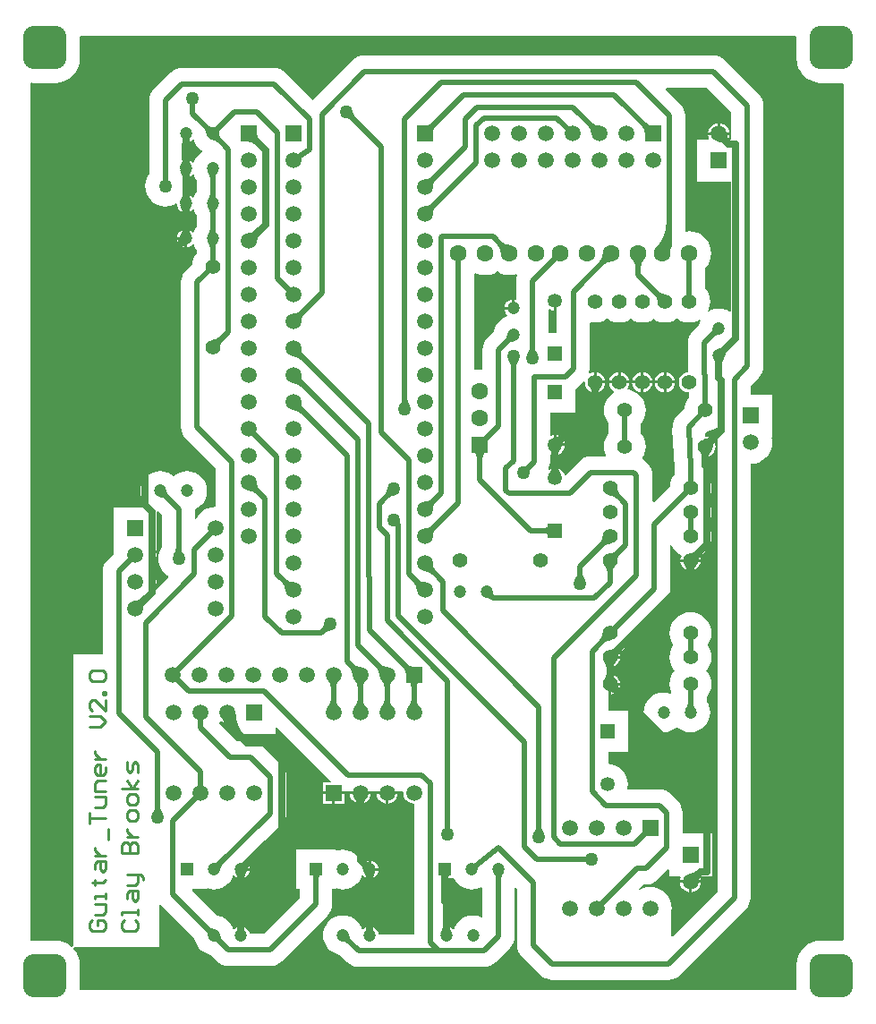
<source format=gtl>
%FSLAX25Y25*%
%MOIN*%
G70*
G01*
G75*
G04 Layer_Physical_Order=1*
G04 Layer_Color=255*
%ADD10C,0.02000*%
%ADD11C,0.02500*%
%ADD12C,0.01000*%
%ADD13C,0.05906*%
%ADD14R,0.05906X0.05906*%
%ADD15R,0.04724X0.04724*%
%ADD16C,0.04724*%
%ADD17C,0.05512*%
%ADD18C,0.05315*%
%ADD19R,0.05315X0.05315*%
%ADD20R,0.05906X0.05906*%
%ADD21C,0.06299*%
%ADD22R,0.06299X0.06299*%
%ADD23C,0.06299*%
%ADD24R,0.05906X0.05906*%
%ADD25C,0.05906*%
%ADD26R,0.05906X0.05906*%
G04:AMPARAMS|DCode=27|XSize=160mil|YSize=160mil|CornerRadius=40mil|HoleSize=0mil|Usage=FLASHONLY|Rotation=0.000|XOffset=0mil|YOffset=0mil|HoleType=Round|Shape=RoundedRectangle|*
%AMROUNDEDRECTD27*
21,1,0.16000,0.08000,0,0,0.0*
21,1,0.08000,0.16000,0,0,0.0*
1,1,0.08000,0.04000,-0.04000*
1,1,0.08000,-0.04000,-0.04000*
1,1,0.08000,-0.04000,0.04000*
1,1,0.08000,0.04000,0.04000*
%
%ADD27ROUNDEDRECTD27*%
%ADD28C,0.05000*%
G36*
X194771Y182203D02*
Y170776D01*
X194534Y170487D01*
X193837Y169184D01*
X193409Y167770D01*
X193264Y166300D01*
X193409Y164830D01*
X193837Y163416D01*
X194534Y162113D01*
X195471Y160971D01*
X196613Y160034D01*
X196987Y159834D01*
X197060Y159339D01*
X192489Y154768D01*
X192060Y155025D01*
X192338Y155941D01*
X192491Y157500D01*
X192338Y159059D01*
X191883Y160558D01*
X191145Y161940D01*
X190685Y162500D01*
X191145Y163060D01*
X191883Y164442D01*
X192338Y165941D01*
X192491Y167500D01*
X192338Y169059D01*
X192266Y169295D01*
X192453Y169547D01*
X192453D01*
Y181225D01*
X192691Y183644D01*
X193162Y183812D01*
X194771Y182203D01*
D02*
G37*
G36*
X320866Y272434D02*
X322402Y271968D01*
X324000Y271811D01*
X325598Y271968D01*
X326721Y272309D01*
X327038Y271923D01*
X327030Y271907D01*
X326687Y270776D01*
X326571Y269600D01*
X326571Y269600D01*
X326571D01*
X326571Y269600D01*
X326571D01*
Y263129D01*
X326195Y262800D01*
X326000Y262825D01*
Y259500D01*
X325500D01*
Y259000D01*
X322175D01*
X322224Y258622D01*
X322563Y257804D01*
X323102Y257102D01*
X323262Y256979D01*
X323172Y256487D01*
X322669Y256335D01*
X321390Y255651D01*
X320269Y254731D01*
X319349Y253610D01*
X318665Y252331D01*
X318244Y250943D01*
X318226Y250752D01*
X315773Y248300D01*
X315023Y247386D01*
X314466Y246344D01*
X314123Y245213D01*
X314007Y244036D01*
Y236962D01*
X313637Y236626D01*
X313000Y236689D01*
X311402Y236532D01*
X311029Y236809D01*
Y272395D01*
X311458Y272653D01*
X311866Y272434D01*
X313402Y271968D01*
X315000Y271811D01*
X316598Y271968D01*
X318134Y272434D01*
X319500Y273165D01*
X320866Y272434D01*
D02*
G37*
G36*
X341500Y258613D02*
X341771Y258376D01*
Y250315D01*
X338629D01*
Y258986D01*
X339077Y259208D01*
X339156Y259148D01*
X340045Y258779D01*
X340500Y258719D01*
Y262343D01*
X341500D01*
Y258613D01*
D02*
G37*
G36*
X430965Y360582D02*
X430957Y360500D01*
Y352500D01*
X431130Y350736D01*
X431645Y349039D01*
X432481Y347476D01*
X433605Y346105D01*
X434976Y344981D01*
X436539Y344145D01*
X438236Y343630D01*
X440000Y343456D01*
X448000D01*
X448082Y343464D01*
X448453Y343129D01*
Y24371D01*
X448082Y24035D01*
X448000Y24044D01*
X440000D01*
X438236Y23870D01*
X436539Y23355D01*
X434976Y22519D01*
X433605Y21395D01*
X432481Y20024D01*
X431645Y18461D01*
X431130Y16764D01*
X430957Y15000D01*
Y7000D01*
X431063Y5918D01*
X430727Y5548D01*
X164273D01*
X163937Y5918D01*
X164044Y7000D01*
Y15000D01*
X163870Y16764D01*
X163355Y18461D01*
X162519Y20024D01*
X161679Y21048D01*
X161893Y21500D01*
X193499D01*
Y37415D01*
X193970Y37584D01*
X194337Y37137D01*
X206726Y24748D01*
X206744Y24557D01*
X207165Y23169D01*
X207849Y21890D01*
X208769Y20769D01*
X209890Y19849D01*
X211169Y19165D01*
X212557Y18744D01*
X212748Y18725D01*
X215137Y16337D01*
Y16337D01*
X215137Y16337D01*
X215137Y16337D01*
Y16337D01*
X216051Y15587D01*
X217093Y15030D01*
X217093Y15030D01*
X217093Y15030D01*
D01*
X217093Y15030D01*
X217093Y15030D01*
X218224Y14687D01*
X219400Y14571D01*
X235000D01*
X236176Y14687D01*
X237307Y15030D01*
X237307Y15030D01*
X237307Y15030D01*
X238350Y15587D01*
X239263Y16337D01*
X239263Y16337D01*
X239263Y16337D01*
X256263Y33337D01*
X257013Y34251D01*
X257570Y35293D01*
X257913Y36424D01*
X258029Y37600D01*
Y43138D01*
X259362D01*
Y43187D01*
X259764Y43485D01*
X260557Y43244D01*
X262000Y43102D01*
X263443Y43244D01*
X264831Y43665D01*
X266110Y44349D01*
X267231Y45269D01*
X268151Y46390D01*
X268835Y47669D01*
X268987Y48173D01*
X269479Y48262D01*
X269602Y48102D01*
X270304Y47563D01*
X271122Y47224D01*
X271500Y47175D01*
Y50500D01*
Y53825D01*
X271122Y53776D01*
X270304Y53437D01*
X269602Y52898D01*
X269479Y52738D01*
X268987Y52828D01*
X268835Y53331D01*
X268151Y54610D01*
X267231Y55731D01*
X266110Y56651D01*
X264831Y57335D01*
X263443Y57756D01*
X262000Y57898D01*
X260557Y57756D01*
X259764Y57515D01*
X259362Y57813D01*
Y57862D01*
X244638D01*
Y43138D01*
X245971D01*
Y40097D01*
X232503Y26629D01*
X227308D01*
X227276Y26878D01*
X226937Y27696D01*
X226398Y28398D01*
X225696Y28937D01*
X224878Y29276D01*
X224000Y29391D01*
X223122Y29276D01*
X222304Y28937D01*
X221602Y28398D01*
X221479Y28238D01*
X220987Y28328D01*
X220835Y28831D01*
X220151Y30110D01*
X219231Y31231D01*
X218110Y32151D01*
X216831Y32835D01*
X215443Y33256D01*
X215252Y33274D01*
X205851Y42676D01*
X206042Y43138D01*
X211362D01*
Y43187D01*
X211764Y43485D01*
X212557Y43244D01*
X214000Y43102D01*
X215443Y43244D01*
X216831Y43665D01*
X218110Y44349D01*
X219231Y45269D01*
X220151Y46390D01*
X220835Y47669D01*
X220987Y48173D01*
X221479Y48262D01*
X221602Y48102D01*
X222304Y47563D01*
X223122Y47224D01*
X223500Y47175D01*
Y50500D01*
X224000D01*
Y51000D01*
X227325D01*
X227276Y51378D01*
X226937Y52196D01*
X226398Y52898D01*
X225865Y53307D01*
X225832Y53806D01*
X239216Y67190D01*
X239966Y68103D01*
X240523Y69146D01*
X240866Y70277D01*
X240982Y71453D01*
Y84953D01*
X240866Y86129D01*
X240523Y87260D01*
X239966Y88302D01*
X239216Y89216D01*
X231769Y96663D01*
X230855Y97413D01*
X229813Y97970D01*
X228682Y98313D01*
X227506Y98429D01*
X222497D01*
X215896Y105031D01*
X216233Y105661D01*
X216721Y105766D01*
X217007Y105547D01*
X217968Y105149D01*
X218500Y105079D01*
Y109000D01*
X219500D01*
Y105079D01*
X220032Y105149D01*
X220632Y105397D01*
X221047Y105120D01*
Y101047D01*
X236953D01*
Y103368D01*
X237415Y103559D01*
X257559Y83415D01*
X257368Y82953D01*
X254547D01*
Y79500D01*
X262528D01*
X262823Y79767D01*
X263800Y79671D01*
X264222D01*
X264372Y79500D01*
X272628D01*
X272778Y79671D01*
X274222D01*
X274372Y79500D01*
X282628D01*
X282778Y79671D01*
X284222D01*
X284552Y79295D01*
X284513Y79000D01*
X284649Y77968D01*
X285047Y77007D01*
X285681Y76181D01*
X286507Y75547D01*
X287468Y75149D01*
X288471Y75017D01*
Y26229D01*
X275361D01*
X275276Y26878D01*
X274937Y27696D01*
X274398Y28398D01*
X273696Y28937D01*
X272878Y29276D01*
X272000Y29391D01*
X271122Y29276D01*
X270304Y28937D01*
X269602Y28398D01*
X269479Y28238D01*
X268987Y28328D01*
X268835Y28831D01*
X268151Y30110D01*
X267231Y31231D01*
X266110Y32151D01*
X264831Y32835D01*
X263443Y33256D01*
X262000Y33398D01*
X260557Y33256D01*
X259169Y32835D01*
X257890Y32151D01*
X256769Y31231D01*
X255849Y30110D01*
X255165Y28831D01*
X254744Y27443D01*
X254602Y26000D01*
X254744Y24557D01*
X255165Y23169D01*
X255849Y21890D01*
X256769Y20769D01*
X257890Y19849D01*
X259169Y19165D01*
X260557Y18744D01*
X260748Y18725D01*
X263537Y15937D01*
X264451Y15187D01*
X265493Y14630D01*
X266624Y14287D01*
X267800Y14171D01*
X314600D01*
X315776Y14287D01*
X316907Y14630D01*
X317950Y15187D01*
X318863Y15937D01*
X324263Y21337D01*
X325013Y22251D01*
X325570Y23293D01*
X325913Y24424D01*
X326029Y25600D01*
Y43591D01*
X326491Y43783D01*
X326971Y43303D01*
Y22400D01*
X327087Y21224D01*
X327430Y20093D01*
X327987Y19050D01*
X328737Y18137D01*
X335737Y11137D01*
X335737Y11137D01*
X336650Y10387D01*
X337330Y10024D01*
X337693Y9830D01*
X338824Y9487D01*
X340000Y9371D01*
X383300D01*
X384476Y9487D01*
X385607Y9830D01*
X386649Y10387D01*
X387563Y11137D01*
X412063Y35637D01*
X412813Y36551D01*
X413370Y37593D01*
X413713Y38724D01*
X413829Y39900D01*
Y201354D01*
X414000Y201509D01*
X415559Y201662D01*
X417058Y202117D01*
X418440Y202855D01*
X419651Y203849D01*
X420645Y205060D01*
X421383Y206442D01*
X421838Y207941D01*
X421991Y209500D01*
X421838Y211059D01*
X421766Y211295D01*
X421953Y211547D01*
X421953D01*
Y227453D01*
X413829D01*
Y230603D01*
X416863Y233637D01*
X416863Y233637D01*
X417613Y234550D01*
X418170Y235593D01*
X418170Y235593D01*
X418170Y235593D01*
X418513Y236724D01*
X418629Y237900D01*
X418629Y237900D01*
Y335000D01*
X418513Y336176D01*
X418170Y337307D01*
X417613Y338350D01*
X416863Y339263D01*
X404263Y351863D01*
X403349Y352613D01*
X402307Y353170D01*
X401176Y353513D01*
X400000Y353629D01*
X270000D01*
X268824Y353513D01*
X267693Y353170D01*
X266651Y352613D01*
X265737Y351863D01*
X265737Y351863D01*
X250950Y337076D01*
X240663Y347363D01*
X239750Y348113D01*
X238707Y348670D01*
X237576Y349013D01*
X236400Y349129D01*
X202100D01*
X200924Y349013D01*
X199793Y348670D01*
X198750Y348113D01*
X197837Y347363D01*
X191637Y341163D01*
X190887Y340249D01*
X190330Y339207D01*
X189987Y338076D01*
X189871Y336900D01*
Y309476D01*
X189634Y309187D01*
X188937Y307884D01*
X188508Y306470D01*
X188364Y305000D01*
X188508Y303530D01*
X188937Y302116D01*
X189634Y300813D01*
X190571Y299671D01*
X191713Y298734D01*
X193016Y298037D01*
X194430Y297608D01*
X195900Y297464D01*
X197370Y297608D01*
X198784Y298037D01*
X199691Y298522D01*
X200136Y298294D01*
X200224Y297622D01*
X200563Y296804D01*
X201102Y296102D01*
X201804Y295563D01*
X202622Y295224D01*
X203000Y295175D01*
Y298500D01*
Y302117D01*
X202899Y302236D01*
X203292Y303530D01*
X203436Y305000D01*
X203292Y306470D01*
X202899Y307764D01*
X203000Y307883D01*
Y311500D01*
Y314825D01*
X202622Y314776D01*
X202345Y314661D01*
X201929Y314938D01*
Y321061D01*
X202345Y321339D01*
X202622Y321224D01*
X203000Y321175D01*
Y324500D01*
X204000D01*
Y321175D01*
X204378Y321224D01*
X205196Y321563D01*
X205898Y322102D01*
X206021Y322262D01*
X206513Y322172D01*
X206665Y321669D01*
X207349Y320390D01*
X208269Y319269D01*
X209390Y318349D01*
X209575Y318250D01*
Y317750D01*
X209390Y317651D01*
X208269Y316731D01*
X207349Y315610D01*
X206665Y314331D01*
X206513Y313827D01*
X206021Y313738D01*
X205898Y313898D01*
X205196Y314437D01*
X204378Y314776D01*
X204000Y314825D01*
Y311500D01*
Y308175D01*
X204378Y308224D01*
X205196Y308563D01*
X205898Y309102D01*
X206021Y309262D01*
X206513Y309173D01*
X206665Y308669D01*
X207349Y307390D01*
X207471Y307241D01*
Y302759D01*
X207349Y302610D01*
X206665Y301331D01*
X206513Y300828D01*
X206021Y300738D01*
X205898Y300898D01*
X205196Y301437D01*
X204378Y301776D01*
X204000Y301825D01*
Y298500D01*
Y295175D01*
X204378Y295224D01*
X205196Y295563D01*
X205898Y296102D01*
X206021Y296262D01*
X206513Y296172D01*
X206665Y295669D01*
X207349Y294390D01*
X207471Y294241D01*
Y289759D01*
X207349Y289610D01*
X206665Y288331D01*
X206513Y287827D01*
X206021Y287738D01*
X205898Y287898D01*
X205196Y288437D01*
X204378Y288776D01*
X204000Y288825D01*
Y285500D01*
Y282175D01*
X204378Y282224D01*
X205196Y282563D01*
X205898Y283102D01*
X206021Y283262D01*
X206513Y283172D01*
X206665Y282669D01*
X207349Y281390D01*
X207471Y281241D01*
Y279879D01*
X207020Y279330D01*
X206300Y277982D01*
X205856Y276520D01*
X205787Y275813D01*
X203437Y273463D01*
X202687Y272550D01*
X202130Y271507D01*
X201787Y270376D01*
X201671Y269200D01*
Y215200D01*
X201787Y214024D01*
X202130Y212893D01*
X202687Y211851D01*
X203437Y210937D01*
X214471Y199903D01*
Y185488D01*
X212941Y185338D01*
X211442Y184883D01*
X210060Y184144D01*
X208849Y183151D01*
X207856Y181940D01*
X207314Y180927D01*
X206829Y181048D01*
Y184665D01*
X206831Y184665D01*
X208110Y185349D01*
X209231Y186269D01*
X210151Y187390D01*
X210835Y188669D01*
X211256Y190057D01*
X211398Y191500D01*
X211256Y192943D01*
X210835Y194331D01*
X210151Y195610D01*
X209231Y196731D01*
X208110Y197651D01*
X206831Y198335D01*
X205443Y198756D01*
X204000Y198898D01*
X202557Y198756D01*
X201169Y198335D01*
X199890Y197651D01*
X199000Y196921D01*
X198110Y197651D01*
X196831Y198335D01*
X195443Y198756D01*
X194000Y198898D01*
X192557Y198756D01*
X191169Y198335D01*
X189890Y197651D01*
X188769Y196731D01*
X187849Y195610D01*
X187165Y194331D01*
X186744Y192943D01*
X186602Y191500D01*
X186744Y190057D01*
X187165Y188669D01*
X187849Y187390D01*
X188769Y186269D01*
X189190Y185924D01*
X189021Y185453D01*
X176547D01*
Y169547D01*
X176547D01*
X176734Y169295D01*
X176662Y169059D01*
X176567Y168094D01*
X174237Y165763D01*
X173487Y164849D01*
X172930Y163807D01*
X172587Y162676D01*
X172471Y161500D01*
Y130469D01*
X161502D01*
Y21892D01*
X161050Y21678D01*
X160024Y22519D01*
X158461Y23355D01*
X156764Y23870D01*
X155000Y24044D01*
X147000D01*
X145918Y23937D01*
X145547Y24273D01*
Y182500D01*
Y343227D01*
X145918Y343563D01*
X147000Y343456D01*
X155000D01*
X156764Y343630D01*
X158461Y344145D01*
X160024Y344981D01*
X161395Y346105D01*
X162519Y347476D01*
X163355Y349039D01*
X163870Y350736D01*
X164044Y352500D01*
Y360500D01*
X164035Y360582D01*
X164371Y360952D01*
X430629D01*
X430965Y360582D01*
D02*
G37*
G36*
X360670Y255520D02*
X362018Y254800D01*
X363480Y254356D01*
X365000Y254207D01*
X366520Y254356D01*
X367982Y254800D01*
X369250Y255477D01*
X370518Y254800D01*
X371980Y254356D01*
X373500Y254207D01*
X375020Y254356D01*
X376482Y254800D01*
X377750Y255477D01*
X379018Y254800D01*
X380480Y254356D01*
X382000Y254207D01*
X383520Y254356D01*
X384982Y254800D01*
X386330Y255520D01*
X386500Y255660D01*
X386670Y255520D01*
X388018Y254800D01*
X389480Y254356D01*
X391000Y254207D01*
X392520Y254356D01*
X393982Y254800D01*
X394855Y255266D01*
X395209Y254913D01*
X395165Y254831D01*
X394744Y253443D01*
X394725Y253252D01*
X392337Y250863D01*
X391587Y249950D01*
X391030Y248907D01*
X390687Y247776D01*
X390571Y246600D01*
Y235732D01*
X390019Y235659D01*
X389106Y235281D01*
X388321Y234679D01*
X387719Y233894D01*
X387341Y232980D01*
X387212Y232000D01*
X387341Y231019D01*
X387719Y230106D01*
X388321Y229321D01*
X389106Y228719D01*
X390019Y228341D01*
X390971Y228216D01*
Y226379D01*
X390520Y225830D01*
X389800Y224482D01*
X389356Y223020D01*
X389287Y222313D01*
X386537Y219563D01*
X386450Y219457D01*
X386348Y219365D01*
X386075Y219001D01*
X385787Y218650D01*
X385722Y218529D01*
X385640Y218419D01*
X385444Y218008D01*
X385230Y217607D01*
X385190Y217476D01*
X385131Y217352D01*
X385019Y216911D01*
X384887Y216476D01*
X384873Y216339D01*
X384840Y216207D01*
X384816Y215753D01*
X384771Y215300D01*
X384784Y215163D01*
X384777Y215026D01*
X385471Y199763D01*
Y197379D01*
X385020Y196830D01*
X384300Y195482D01*
X383856Y194020D01*
X383787Y193313D01*
X377791Y187317D01*
X377329Y187509D01*
Y197400D01*
X377329Y197400D01*
X377329Y197400D01*
Y197400D01*
X377329D01*
X377329Y197400D01*
X377213Y198576D01*
X376870Y199707D01*
X376313Y200749D01*
X375563Y201663D01*
X374663Y202563D01*
X373749Y203313D01*
X373703Y203338D01*
X373558Y203816D01*
X374200Y205018D01*
X374644Y206480D01*
X374793Y208000D01*
X374644Y209520D01*
X374200Y210982D01*
X373480Y212330D01*
X373029Y212879D01*
Y216621D01*
X373480Y217170D01*
X374200Y218518D01*
X374644Y219980D01*
X374793Y221500D01*
X374644Y223020D01*
X374200Y224482D01*
X373480Y225830D01*
X372511Y227011D01*
X371330Y227980D01*
X369982Y228700D01*
X368520Y229144D01*
X368123Y229183D01*
X367924Y229642D01*
X368281Y230106D01*
X368659Y231019D01*
X368723Y231500D01*
X361278D01*
X361341Y231019D01*
X361719Y230106D01*
X362321Y229321D01*
X363106Y228719D01*
X363130Y228226D01*
X362670Y227980D01*
X361489Y227011D01*
X360520Y225830D01*
X359800Y224482D01*
X359356Y223020D01*
X359207Y221500D01*
X359356Y219980D01*
X359800Y218518D01*
X360520Y217170D01*
X360971Y216621D01*
Y212879D01*
X360520Y212330D01*
X359800Y210982D01*
X359356Y209520D01*
X359207Y208000D01*
X359356Y206480D01*
X359800Y205018D01*
X359939Y204758D01*
X359682Y204329D01*
X354400D01*
X353224Y204213D01*
X352093Y203870D01*
X351050Y203313D01*
X350137Y202563D01*
X350137Y202563D01*
X344972Y197398D01*
X344481Y197496D01*
X344195Y198187D01*
X343609Y198951D01*
X342845Y199537D01*
X341955Y199906D01*
X341000Y200032D01*
X340045Y199906D01*
X339156Y199537D01*
X339029Y199440D01*
X338648Y199764D01*
X338770Y199993D01*
X339113Y201124D01*
X339229Y202300D01*
Y204982D01*
X339645Y205260D01*
X340045Y205094D01*
X340500Y205034D01*
Y208657D01*
Y212281D01*
X340045Y212221D01*
X339645Y212055D01*
X339229Y212333D01*
Y220685D01*
X348657D01*
Y229340D01*
X349263Y229837D01*
X351781Y232354D01*
X352229Y232133D01*
X352212Y232000D01*
X352341Y231019D01*
X352719Y230106D01*
X353321Y229321D01*
X354106Y228719D01*
X355019Y228341D01*
X355500Y228277D01*
Y232000D01*
Y235722D01*
X355019Y235659D01*
X354106Y235281D01*
X354067Y235251D01*
X353656Y235536D01*
X353713Y235724D01*
X353829Y236900D01*
Y254134D01*
X354231Y254432D01*
X354480Y254356D01*
X356000Y254207D01*
X357520Y254356D01*
X358982Y254800D01*
X360330Y255520D01*
X360500Y255660D01*
X360670Y255520D01*
D02*
G37*
G36*
X406571Y332503D02*
Y322453D01*
X405880D01*
X405603Y322868D01*
X405851Y323468D01*
X405921Y324000D01*
X398079D01*
X398149Y323468D01*
X398397Y322868D01*
X398120Y322453D01*
X394047D01*
Y306547D01*
X406571D01*
Y258358D01*
X406119Y258144D01*
X406110Y258151D01*
X404831Y258835D01*
X403443Y259256D01*
X402000Y259398D01*
X400557Y259256D01*
X399169Y258835D01*
X398435Y258443D01*
X398082Y258796D01*
X398200Y259018D01*
X398644Y260480D01*
X398793Y262000D01*
X398644Y263520D01*
X398200Y264982D01*
X397480Y266330D01*
X397029Y266879D01*
Y274500D01*
X397809Y275450D01*
X398566Y276866D01*
X399032Y278402D01*
X399189Y280000D01*
X399032Y281598D01*
X398566Y283134D01*
X397809Y284550D01*
X396791Y285790D01*
X395550Y286809D01*
X394134Y287566D01*
X392598Y288032D01*
X391000Y288189D01*
X389899Y288081D01*
X389529Y288416D01*
Y291022D01*
X389542Y291225D01*
X389529D01*
Y331380D01*
X389529Y331380D01*
X389529Y331380D01*
Y331380D01*
X389529D01*
X389529Y331380D01*
X389413Y332557D01*
X389070Y333688D01*
X388513Y334730D01*
X387763Y335644D01*
X382298Y341109D01*
X382489Y341571D01*
X397503D01*
X406571Y332503D01*
D02*
G37*
G36*
X401771Y214811D02*
Y42397D01*
X384900Y25526D01*
X384438Y25718D01*
Y35460D01*
X384491Y36000D01*
X384338Y37559D01*
X383883Y39058D01*
X383144Y40440D01*
X382151Y41651D01*
X380940Y42645D01*
X379558Y43383D01*
X378059Y43838D01*
X376500Y43991D01*
X374941Y43838D01*
X373442Y43383D01*
X372726Y43000D01*
X372428Y43402D01*
X373997Y44971D01*
X375000D01*
X376176Y45087D01*
X377307Y45430D01*
X378349Y45987D01*
X379263Y46737D01*
X383085Y50559D01*
X383547Y50368D01*
Y48047D01*
X387620D01*
X387897Y47631D01*
X387649Y47032D01*
X387579Y46500D01*
X395421D01*
X395351Y47032D01*
X395103Y47631D01*
X395380Y48047D01*
X399453D01*
Y63953D01*
X388529D01*
Y71800D01*
X388413Y72976D01*
X388070Y74107D01*
X387513Y75150D01*
X386763Y76063D01*
X384263Y78563D01*
X383349Y79313D01*
X382307Y79870D01*
X381176Y80213D01*
X380000Y80329D01*
X368387D01*
X368051Y80699D01*
X368195Y82157D01*
X368047Y83658D01*
X367609Y85102D01*
X366898Y86432D01*
X365941Y87598D01*
X364775Y88555D01*
X363445Y89266D01*
X362001Y89704D01*
X360829Y89820D01*
Y94185D01*
X368158D01*
Y109500D01*
X360829D01*
Y115421D01*
X361000Y115571D01*
Y119500D01*
Y123429D01*
X360829Y123579D01*
Y125421D01*
X361000Y125571D01*
Y129473D01*
X361027Y129500D01*
X361500D01*
Y129973D01*
X361527Y130000D01*
X365223D01*
X365159Y130481D01*
X364781Y131394D01*
X364797Y131468D01*
X365830Y132020D01*
X367011Y132989D01*
X367980Y134170D01*
X368700Y135518D01*
X369144Y136980D01*
X369213Y137687D01*
X382159Y150633D01*
X382909Y151546D01*
X383466Y152589D01*
X383809Y153720D01*
X383925Y154896D01*
Y171190D01*
X384410Y171312D01*
X385020Y170170D01*
X385989Y168989D01*
X387170Y168020D01*
X388203Y167468D01*
X388219Y167394D01*
X387841Y166481D01*
X387777Y166000D01*
X395222D01*
X395159Y166481D01*
X394781Y167394D01*
X394797Y167468D01*
X395830Y168020D01*
X397011Y168989D01*
X397980Y170170D01*
X398700Y171518D01*
X399144Y172980D01*
X399293Y174500D01*
X399144Y176020D01*
X398700Y177482D01*
X397980Y178830D01*
X397840Y179000D01*
X397980Y179170D01*
X398700Y180518D01*
X399144Y181980D01*
X399293Y183500D01*
X399144Y185020D01*
X398700Y186482D01*
X397980Y187830D01*
X397840Y188000D01*
X397980Y188170D01*
X398700Y189518D01*
X399144Y190980D01*
X399293Y192500D01*
X399144Y194020D01*
X398700Y195482D01*
X397980Y196830D01*
X397529Y197379D01*
Y199900D01*
X397516Y200037D01*
X397523Y200174D01*
X397337Y204256D01*
X397980Y204341D01*
X398894Y204719D01*
X399679Y205321D01*
X400281Y206106D01*
X400659Y207019D01*
X400788Y208000D01*
X400659Y208980D01*
X400281Y209894D01*
X399679Y210679D01*
X398894Y211281D01*
X397980Y211659D01*
X397000Y211788D01*
X396995Y211793D01*
X396944Y212917D01*
X397813Y213787D01*
X398520Y213856D01*
X399982Y214300D01*
X401330Y215020D01*
X401771Y214811D01*
D02*
G37*
G36*
X303849Y46390D02*
X304769Y45269D01*
X305890Y44349D01*
X307169Y43665D01*
X308557Y43244D01*
X310000Y43102D01*
X311443Y43244D01*
X312831Y43665D01*
X313542Y44045D01*
X313971Y43788D01*
Y32979D01*
X313542Y32722D01*
X313331Y32835D01*
X311943Y33256D01*
X310500Y33398D01*
X309057Y33256D01*
X307669Y32835D01*
X306390Y32151D01*
X305269Y31231D01*
X304349Y30110D01*
X303665Y28831D01*
X303513Y28328D01*
X303021Y28238D01*
X302898Y28398D01*
X302196Y28937D01*
X301378Y29276D01*
X300529Y29387D01*
Y47138D01*
X303362D01*
X303362Y47138D01*
Y47138D01*
X303439Y47157D01*
X303849Y46390D01*
D02*
G37*
%LPC*%
G36*
X391500Y146293D02*
X389980Y146144D01*
X388518Y145700D01*
X387170Y144980D01*
X385989Y144011D01*
X385020Y142830D01*
X384300Y141482D01*
X383856Y140020D01*
X383707Y138500D01*
X383856Y136980D01*
X384300Y135518D01*
X385020Y134170D01*
X385160Y134000D01*
X385020Y133830D01*
X384300Y132482D01*
X383856Y131020D01*
X383707Y129500D01*
X383856Y127980D01*
X384300Y126518D01*
X385020Y125170D01*
X385570Y124500D01*
X385020Y123830D01*
X384300Y122482D01*
X383856Y121020D01*
X383707Y119500D01*
X383856Y117980D01*
X384300Y116518D01*
X384421Y116290D01*
X384104Y115903D01*
X382943Y116256D01*
X381500Y116398D01*
X380057Y116256D01*
X378669Y115835D01*
X377390Y115151D01*
X376269Y114231D01*
X375349Y113110D01*
X374665Y111831D01*
X374244Y110443D01*
X374102Y109000D01*
X374244Y107557D01*
X374665Y106169D01*
X375349Y104890D01*
X376269Y103769D01*
X377390Y102849D01*
X378669Y102165D01*
X380057Y101744D01*
X381500Y101602D01*
X382943Y101744D01*
X384331Y102165D01*
X385610Y102849D01*
X386500Y103579D01*
X387390Y102849D01*
X388669Y102165D01*
X390057Y101744D01*
X391500Y101602D01*
X392943Y101744D01*
X394331Y102165D01*
X395610Y102849D01*
X396731Y103769D01*
X397651Y104890D01*
X398335Y106169D01*
X398756Y107557D01*
X398898Y109000D01*
X398756Y110443D01*
X398335Y111831D01*
X397651Y113110D01*
X397529Y113259D01*
Y114621D01*
X397980Y115170D01*
X398700Y116518D01*
X399144Y117980D01*
X399293Y119500D01*
X399144Y121020D01*
X398700Y122482D01*
X397980Y123830D01*
X397430Y124500D01*
X397980Y125170D01*
X398700Y126518D01*
X399144Y127980D01*
X399293Y129500D01*
X399144Y131020D01*
X398700Y132482D01*
X397980Y133830D01*
X397840Y134000D01*
X397980Y134170D01*
X398700Y135518D01*
X399144Y136980D01*
X399293Y138500D01*
X399144Y140020D01*
X398700Y141482D01*
X397980Y142830D01*
X397011Y144011D01*
X395830Y144980D01*
X394482Y145700D01*
X393020Y146144D01*
X391500Y146293D01*
D02*
G37*
G36*
X365223Y119000D02*
X362000D01*
Y115778D01*
X362480Y115841D01*
X363394Y116219D01*
X364179Y116821D01*
X364781Y117606D01*
X365159Y118519D01*
X365223Y119000D01*
D02*
G37*
G36*
X282421Y78500D02*
X279000D01*
Y75079D01*
X279532Y75149D01*
X280493Y75547D01*
X281319Y76181D01*
X281953Y77007D01*
X282351Y77968D01*
X282421Y78500D01*
D02*
G37*
G36*
X362000Y123222D02*
Y120000D01*
X365223D01*
X365159Y120481D01*
X364781Y121394D01*
X364179Y122179D01*
X363394Y122781D01*
X362480Y123159D01*
X362000Y123222D01*
D02*
G37*
G36*
X395222Y165000D02*
X392000D01*
Y161777D01*
X392480Y161841D01*
X393394Y162219D01*
X394179Y162821D01*
X394781Y163606D01*
X395159Y164520D01*
X395222Y165000D01*
D02*
G37*
G36*
X391000D02*
X387777D01*
X387841Y164520D01*
X388219Y163606D01*
X388821Y162821D01*
X389606Y162219D01*
X390519Y161841D01*
X391000Y161777D01*
Y165000D01*
D02*
G37*
G36*
X365223Y129000D02*
X362000D01*
Y125777D01*
X362480Y125841D01*
X363394Y126219D01*
X364179Y126821D01*
X364781Y127606D01*
X365159Y128519D01*
X365223Y129000D01*
D02*
G37*
G36*
X278000Y78500D02*
X274579D01*
X274649Y77968D01*
X275047Y77007D01*
X275681Y76181D01*
X276507Y75547D01*
X277468Y75149D01*
X278000Y75079D01*
Y78500D01*
D02*
G37*
G36*
X227325Y50000D02*
X224500D01*
Y47175D01*
X224878Y47224D01*
X225696Y47563D01*
X226398Y48102D01*
X226937Y48804D01*
X227276Y49622D01*
X227325Y50000D01*
D02*
G37*
G36*
X275325D02*
X272500D01*
Y47175D01*
X272878Y47224D01*
X273696Y47563D01*
X274398Y48102D01*
X274937Y48804D01*
X275276Y49622D01*
X275325Y50000D01*
D02*
G37*
G36*
X391000Y45500D02*
X387579D01*
X387649Y44968D01*
X388047Y44007D01*
X388681Y43181D01*
X389507Y42547D01*
X390468Y42149D01*
X391000Y42079D01*
Y45500D01*
D02*
G37*
G36*
X395421D02*
X392000D01*
Y42079D01*
X392532Y42149D01*
X393493Y42547D01*
X394319Y43181D01*
X394953Y44007D01*
X395351Y44968D01*
X395421Y45500D01*
D02*
G37*
G36*
X272500Y53825D02*
Y51000D01*
X275325D01*
X275276Y51378D01*
X274937Y52196D01*
X274398Y52898D01*
X273696Y53437D01*
X272878Y53776D01*
X272500Y53825D01*
D02*
G37*
G36*
X268000Y78500D02*
X264579D01*
X264649Y77968D01*
X265047Y77007D01*
X265681Y76181D01*
X266507Y75547D01*
X267468Y75149D01*
X268000Y75079D01*
Y78500D01*
D02*
G37*
G36*
X272421D02*
X269000D01*
Y75079D01*
X269532Y75149D01*
X270493Y75547D01*
X271319Y76181D01*
X271953Y77007D01*
X272351Y77968D01*
X272421Y78500D01*
D02*
G37*
G36*
X258000D02*
X254547D01*
Y75047D01*
X258000D01*
Y78500D01*
D02*
G37*
G36*
X262453D02*
X259000D01*
Y75047D01*
X262453D01*
Y78500D01*
D02*
G37*
G36*
X381500Y235722D02*
X381019Y235659D01*
X380106Y235281D01*
X379321Y234679D01*
X378719Y233894D01*
X378341Y232980D01*
X378277Y232500D01*
X381500D01*
Y235722D01*
D02*
G37*
G36*
X382500D02*
Y232500D01*
X385722D01*
X385659Y232980D01*
X385281Y233894D01*
X384679Y234679D01*
X383894Y235281D01*
X382980Y235659D01*
X382500Y235722D01*
D02*
G37*
G36*
X373000D02*
X372519Y235659D01*
X371606Y235281D01*
X370821Y234679D01*
X370219Y233894D01*
X369841Y232980D01*
X369777Y232500D01*
X373000D01*
Y235722D01*
D02*
G37*
G36*
X374000D02*
Y232500D01*
X377222D01*
X377159Y232980D01*
X376781Y233894D01*
X376179Y234679D01*
X375394Y235281D01*
X374481Y235659D01*
X374000Y235722D01*
D02*
G37*
G36*
X325000Y262825D02*
X324622Y262776D01*
X323804Y262437D01*
X323102Y261898D01*
X322563Y261196D01*
X322224Y260378D01*
X322175Y260000D01*
X325000D01*
Y262825D01*
D02*
G37*
G36*
X401500Y328421D02*
X400968Y328351D01*
X400007Y327953D01*
X399181Y327319D01*
X398547Y326493D01*
X398149Y325532D01*
X398079Y325000D01*
X401500D01*
Y328421D01*
D02*
G37*
G36*
X402500D02*
Y325000D01*
X405921D01*
X405851Y325532D01*
X405453Y326493D01*
X404819Y327319D01*
X403993Y327953D01*
X403032Y328351D01*
X402500Y328421D01*
D02*
G37*
G36*
X203000Y285000D02*
X200175D01*
X200224Y284622D01*
X200563Y283804D01*
X201102Y283102D01*
X201804Y282563D01*
X202622Y282224D01*
X203000Y282175D01*
Y285000D01*
D02*
G37*
G36*
Y288825D02*
X202622Y288776D01*
X201804Y288437D01*
X201102Y287898D01*
X200563Y287196D01*
X200224Y286378D01*
X200175Y286000D01*
X203000D01*
Y288825D01*
D02*
G37*
G36*
X365500Y235722D02*
Y232500D01*
X368723D01*
X368659Y232980D01*
X368281Y233894D01*
X367679Y234679D01*
X366894Y235281D01*
X365981Y235659D01*
X365500Y235722D01*
D02*
G37*
G36*
X359722Y231500D02*
X356500D01*
Y228277D01*
X356980Y228341D01*
X357894Y228719D01*
X358679Y229321D01*
X359281Y230106D01*
X359659Y231019D01*
X359722Y231500D01*
D02*
G37*
G36*
X373000D02*
X369777D01*
X369841Y231019D01*
X370219Y230106D01*
X370821Y229321D01*
X371606Y228719D01*
X372519Y228341D01*
X373000Y228277D01*
Y231500D01*
D02*
G37*
G36*
X344623Y208157D02*
X341500D01*
Y205034D01*
X341955Y205094D01*
X342845Y205463D01*
X343609Y206049D01*
X344195Y206813D01*
X344563Y207703D01*
X344623Y208157D01*
D02*
G37*
G36*
X341500Y212281D02*
Y209157D01*
X344623D01*
X344563Y209612D01*
X344195Y210502D01*
X343609Y211266D01*
X342845Y211852D01*
X341955Y212221D01*
X341500Y212281D01*
D02*
G37*
G36*
X377222Y231500D02*
X374000D01*
Y228277D01*
X374481Y228341D01*
X375394Y228719D01*
X376179Y229321D01*
X376781Y230106D01*
X377159Y231019D01*
X377222Y231500D01*
D02*
G37*
G36*
X356500Y235722D02*
Y232500D01*
X359722D01*
X359659Y232980D01*
X359281Y233894D01*
X358679Y234679D01*
X357894Y235281D01*
X356980Y235659D01*
X356500Y235722D01*
D02*
G37*
G36*
X364500D02*
X364019Y235659D01*
X363106Y235281D01*
X362321Y234679D01*
X361719Y233894D01*
X361341Y232980D01*
X361278Y232500D01*
X364500D01*
Y235722D01*
D02*
G37*
G36*
X381500Y231500D02*
X378277D01*
X378341Y231019D01*
X378719Y230106D01*
X379321Y229321D01*
X380106Y228719D01*
X381019Y228341D01*
X381500Y228277D01*
Y231500D01*
D02*
G37*
G36*
X385722D02*
X382500D01*
Y228277D01*
X382980Y228341D01*
X383894Y228719D01*
X384679Y229321D01*
X385281Y230106D01*
X385659Y231019D01*
X385722Y231500D01*
D02*
G37*
%LPD*%
D10*
X354166Y327834D02*
G03*
X357500Y326453I3334J3334D01*
G01*
X355547Y324500D02*
G03*
X354166Y327834I-4714J0D01*
G01*
X374166Y327834D02*
G03*
X377500Y326453I3334J3334D01*
G01*
X375547Y324500D02*
G03*
X374166Y327834I-4714J0D01*
G01*
X211175Y326825D02*
G03*
X213500Y325862I2325J2325D01*
G01*
X212138Y324500D02*
G03*
X211175Y326825I-3289J0D01*
G01*
X215825D02*
G03*
X214862Y324500I2325J-2325D01*
G01*
X213500Y325862D02*
G03*
X215825Y326825I0J3289D01*
G01*
Y322175D02*
G03*
X213500Y323138I-2325J-2325D01*
G01*
X214862Y324500D02*
G03*
X215825Y322175I3289J0D01*
G01*
X399675Y249675D02*
G03*
X400638Y252000I-2325J2325D01*
G01*
X402000Y250638D02*
G03*
X399675Y249675I0J-3289D01*
G01*
X213500Y282211D02*
G03*
X212537Y284537I-3289J0D01*
G01*
X214463D02*
G03*
X213500Y282211I2325J-2325D01*
G01*
Y288789D02*
G03*
X214463Y286463I3289J0D01*
G01*
X212537D02*
G03*
X213500Y288789I-2325J2325D01*
G01*
Y308211D02*
G03*
X212537Y310537I-3289J0D01*
G01*
X214463D02*
G03*
X213500Y308211I2325J-2325D01*
G01*
Y295211D02*
G03*
X212537Y297537I-3289J0D01*
G01*
X214463D02*
G03*
X213500Y295211I2325J-2325D01*
G01*
Y301789D02*
G03*
X214463Y299463I3289J0D01*
G01*
X212537D02*
G03*
X213500Y301789I-2325J2325D01*
G01*
X323175Y247175D02*
G03*
X324138Y249500I-2325J2325D01*
G01*
X325500Y248138D02*
G03*
X323175Y247175I0J-3289D01*
G01*
X230334Y191166D02*
G03*
X227000Y192547I-3334J-3334D01*
G01*
X228953Y194500D02*
G03*
X230334Y191166I4714J0D01*
G01*
X383500Y282500D02*
G03*
X383049Y280650I1296J-1296D01*
G01*
X381650Y282049D02*
G03*
X383500Y282500I554J1747D01*
G01*
X379480Y281520D02*
G03*
X383500Y291225I-9705J9705D01*
G01*
X380894Y280106D02*
G03*
X383500Y286397I-6291J6291D01*
G01*
X379002Y264998D02*
G03*
X382000Y263756I2998J2998D01*
G01*
X380244Y262000D02*
G03*
X379002Y264998I-4239J0D01*
G01*
X372000Y274810D02*
G03*
X370480Y278480I-5190J0D01*
G01*
X373520D02*
G03*
X372000Y274810I3670J-3670D01*
G01*
X358330Y276330D02*
G03*
X359850Y280000I-3670J3670D01*
G01*
X362000Y277850D02*
G03*
X358330Y276330I0J-5190D01*
G01*
X216497Y247997D02*
G03*
X215256Y245000I2998J-2998D01*
G01*
X213500Y246756D02*
G03*
X216497Y247997I0J4239D01*
G01*
X240166Y157834D02*
G03*
X243500Y156453I3334J3334D01*
G01*
X241547Y154500D02*
G03*
X240166Y157834I-4714J0D01*
G01*
X246834Y221166D02*
G03*
X243500Y222547I-3334J-3334D01*
G01*
X245453Y224500D02*
G03*
X246834Y221166I4714J0D01*
G01*
X246834Y231166D02*
G03*
X243500Y232547I-3334J-3334D01*
G01*
X245453Y234500D02*
G03*
X246834Y231166I4714J0D01*
G01*
X246834Y241166D02*
G03*
X243500Y242547I-3334J-3334D01*
G01*
X245453Y244500D02*
G03*
X246834Y241166I4714J0D01*
G01*
Y257834D02*
G03*
X245453Y254500I3334J-3334D01*
G01*
X243500Y256453D02*
G03*
X246834Y257834I0J4714D01*
G01*
X289166Y157834D02*
G03*
X292500Y156453I3334J3334D01*
G01*
X290547Y154500D02*
G03*
X289166Y157834I-4714J0D01*
G01*
X295834Y161167D02*
G03*
X292500Y162547I-3334J-3334D01*
G01*
X294453Y164500D02*
G03*
X295834Y161166I4714J0D01*
G01*
Y177834D02*
G03*
X294453Y174500I3334J-3334D01*
G01*
X292500Y176453D02*
G03*
X295834Y177833I0J4714D01*
G01*
X295834Y187834D02*
G03*
X294453Y184500I3334J-3334D01*
G01*
X292500Y186453D02*
G03*
X295834Y187833I0J4714D01*
G01*
X295834Y297834D02*
G03*
X294453Y294500I3334J-3334D01*
G01*
X292500Y296453D02*
G03*
X295834Y297834I0J4714D01*
G01*
X295834Y307834D02*
G03*
X294453Y304500I3334J-3334D01*
G01*
X292500Y306453D02*
G03*
X295834Y307834I0J4714D01*
G01*
X295834Y327834D02*
G03*
X294453Y324500I3334J-3334D01*
G01*
X292500Y326453D02*
G03*
X295834Y327834I0J4714D01*
G01*
X358503Y135503D02*
G03*
X359744Y138500I-2998J2998D01*
G01*
X361500Y136744D02*
G03*
X358503Y135503I0J-4239D01*
G01*
Y171502D02*
G03*
X359744Y174500I-2998J2998D01*
G01*
X361500Y172744D02*
G03*
X358503Y171502I0J-4239D01*
G01*
X252000Y47211D02*
G03*
X251037Y49537I-3289J0D01*
G01*
X252963D02*
G03*
X252000Y47211I2325J-2325D01*
G01*
X320000D02*
G03*
X319037Y49537I-3289J0D01*
G01*
X320963D02*
G03*
X320000Y47211I2325J-2325D01*
G01*
X313000Y203310D02*
G03*
X311480Y206980I-5190J0D01*
G01*
X314520D02*
G03*
X313000Y203310I3670J-3670D01*
G01*
X216325Y23675D02*
G03*
X214000Y24638I-2325J-2325D01*
G01*
X215362Y26000D02*
G03*
X216325Y23675I3289J0D01*
G01*
X211675Y28325D02*
G03*
X214000Y27362I2325J2325D01*
G01*
X212638Y26000D02*
G03*
X211675Y28325I-3289J0D01*
G01*
X264325Y23675D02*
G03*
X262000Y24638I-2325J-2325D01*
G01*
X263362Y26000D02*
G03*
X264325Y23675I3289J0D01*
G01*
X320330Y283670D02*
G03*
X324000Y282150I3670J3670D01*
G01*
X321850Y280000D02*
G03*
X320330Y283670I-5190J0D01*
G01*
X336999Y176657D02*
G03*
X339828Y177829I0J4002D01*
G01*
Y175485D02*
G03*
X336999Y176657I-2829J-2829D01*
G01*
X391500Y112289D02*
G03*
X392463Y109963I3289J0D01*
G01*
X390537D02*
G03*
X391500Y112289I-2325J2325D01*
G01*
X196325Y189175D02*
G03*
X194000Y190138I-2325J-2325D01*
G01*
X195362Y191500D02*
G03*
X196325Y189175I3289J0D01*
G01*
X361500Y161261D02*
G03*
X360258Y164258I-4239J0D01*
G01*
X362742D02*
G03*
X361500Y161261I2998J-2998D01*
G01*
X364497Y168498D02*
G03*
X363256Y165500I2998J-2998D01*
G01*
X361500Y167256D02*
G03*
X364497Y168498I0J4239D01*
G01*
Y189503D02*
G03*
X361500Y190744I-2998J-2998D01*
G01*
X363256Y192500D02*
G03*
X364497Y189503I4239J0D01*
G01*
X317825Y151675D02*
G03*
X315500Y152638I-2325J-2325D01*
G01*
X316862Y154000D02*
G03*
X317825Y151675I3289J0D01*
G01*
X216325Y52825D02*
G03*
X215362Y50500I2325J-2325D01*
G01*
X214000Y51862D02*
G03*
X216325Y52825I0J3289D01*
G01*
X288500Y113714D02*
G03*
X289881Y110381I4714J0D01*
G01*
X287119D02*
G03*
X288500Y113714I-3334J3334D01*
G01*
X278500D02*
G03*
X279881Y110381I4714J0D01*
G01*
X277119D02*
G03*
X278500Y113714I-3334J3334D01*
G01*
X268500D02*
G03*
X269881Y110381I4714J0D01*
G01*
X267119D02*
G03*
X268500Y113714I-3334J3334D01*
G01*
X258500D02*
G03*
X259881Y110381I4714J0D01*
G01*
X257119D02*
G03*
X258500Y113714I-3334J3334D01*
G01*
X288500Y118286D02*
G03*
X287119Y121619I-4714J0D01*
G01*
X289881D02*
G03*
X288500Y118286I3334J-3334D01*
G01*
X285166Y126333D02*
G03*
X288500Y124953I3334J3334D01*
G01*
X286547Y123000D02*
G03*
X285166Y126334I-4714J0D01*
G01*
X278500Y118286D02*
G03*
X277119Y121619I-4714J0D01*
G01*
X279881D02*
G03*
X278500Y118286I3334J-3334D01*
G01*
X275166Y126333D02*
G03*
X278500Y124953I3334J3334D01*
G01*
X276547Y123000D02*
G03*
X275166Y126334I-4714J0D01*
G01*
X268500Y118286D02*
G03*
X267119Y121619I-4714J0D01*
G01*
X269881D02*
G03*
X268500Y118286I3334J-3334D01*
G01*
X265166Y126333D02*
G03*
X268500Y124953I3334J3334D01*
G01*
X266547Y123000D02*
G03*
X265166Y126334I-4714J0D01*
G01*
X258500Y118286D02*
G03*
X257119Y121619I-4714J0D01*
G01*
X259881D02*
G03*
X258500Y118286I3334J-3334D01*
G01*
X335000Y66221D02*
G03*
X336061Y63661I3621J0D01*
G01*
X333939D02*
G03*
X335000Y66221I-2561J2561D01*
G01*
X285100Y225521D02*
G03*
X286161Y222961I3621J0D01*
G01*
X284039D02*
G03*
X285100Y225521I-2561J2561D01*
G01*
X325600Y237879D02*
G03*
X324539Y240439I-3621J0D01*
G01*
X326661D02*
G03*
X325600Y237879I2561J-2561D01*
G01*
X332600Y244621D02*
G03*
X333661Y242061I3621J0D01*
G01*
X331539D02*
G03*
X332600Y244621I-2561J2561D01*
G01*
X265761Y330239D02*
G03*
X263200Y331300I-2561J-2561D01*
G01*
X264700Y332800D02*
G03*
X265761Y330239I3621J0D01*
G01*
X254839Y139439D02*
G03*
X255900Y142000I-2561J2561D01*
G01*
X257400Y140500D02*
G03*
X254839Y139439I0J-3621D01*
G01*
X278439Y189639D02*
G03*
X279500Y192200I-2561J2561D01*
G01*
X281000Y190700D02*
G03*
X278439Y189639I0J-3621D01*
G01*
X350300Y160621D02*
G03*
X351361Y158061I3621J0D01*
G01*
X349239D02*
G03*
X350300Y160621I-2561J2561D01*
G01*
X193000Y73521D02*
G03*
X194061Y70961I3621J0D01*
G01*
X191939D02*
G03*
X193000Y73521I-2561J2561D01*
G01*
X200800Y169921D02*
G03*
X201861Y167361I3621J0D01*
G01*
X199739D02*
G03*
X200800Y169921I-2561J2561D01*
G01*
X391500Y129500D02*
Y138500D01*
X213500Y275000D02*
Y285500D01*
Y298500D01*
Y311500D01*
X391500Y109000D02*
Y119500D01*
X391000Y262000D02*
Y280000D01*
X288500Y109000D02*
Y123000D01*
X278500Y109000D02*
Y123000D01*
X268500Y109000D02*
Y123000D01*
X391500Y174500D02*
Y183500D01*
X367000Y208000D02*
Y221500D01*
X258500Y109000D02*
Y123000D01*
X361500Y165500D02*
X367300Y171300D01*
Y186700D01*
X361500Y192500D02*
X367300Y186700D01*
X213500Y245000D02*
X219300Y250800D01*
Y318700D01*
X213500Y324500D02*
X219300Y318700D01*
X198600Y68600D02*
X209000Y79000D01*
X198600Y41400D02*
Y68600D01*
Y41400D02*
X214000Y26000D01*
X396600Y246600D02*
X402000Y252000D01*
X396600Y235000D02*
Y246600D01*
Y235000D02*
X397000Y234600D01*
Y221500D02*
Y234600D01*
X341547Y330453D02*
X347500Y324500D01*
X314500Y330453D02*
X341547D01*
X311547Y327500D02*
X314500Y330453D01*
X311547Y313547D02*
Y327500D01*
X292500Y294500D02*
X311547Y313547D01*
X292500Y304500D02*
X307547Y319547D01*
Y330000D01*
X312000Y334453D01*
X347547D01*
X357500Y324500D01*
X292500Y184500D02*
X298500Y190500D01*
Y285800D01*
X298900Y286200D01*
X317800D01*
X324000Y280000D01*
X194000Y191500D02*
X200800Y184700D01*
Y166300D02*
Y184700D01*
X214000Y26000D02*
X219400Y20600D01*
X235000D01*
X252000Y37600D01*
Y50500D01*
X313000Y208500D02*
X320036Y215536D01*
Y244036D01*
X325500Y249500D01*
X354800Y131800D02*
X361500Y138500D01*
X354800Y79500D02*
Y131800D01*
Y79500D02*
X360000Y74300D01*
X380000D01*
X382500Y71800D01*
Y58500D02*
Y71800D01*
X375000Y51000D02*
X382500Y58500D01*
X371500Y51000D02*
X375000D01*
X356500Y36000D02*
X371500Y51000D01*
X206000Y332000D02*
X213500Y324500D01*
X206000Y332000D02*
Y337561D01*
X361500Y138500D02*
X377896Y154896D01*
Y178896D01*
X391500Y192500D01*
X315500Y154000D02*
X318031Y151469D01*
X355596D01*
X361500Y157374D01*
Y165500D01*
X209000Y79000D02*
Y86922D01*
X188547Y107375D02*
X209000Y86922D01*
X188547Y107375D02*
Y142300D01*
X206763Y160516D01*
Y169763D01*
X214500Y177500D01*
X178500Y161500D02*
X184500Y167500D01*
X178500Y108700D02*
Y161500D01*
Y108700D02*
X193000Y94200D01*
Y69900D02*
Y94200D01*
X350300Y157000D02*
Y163300D01*
X361500Y174500D01*
X301000Y63600D02*
Y120743D01*
X278500Y143243D02*
X301000Y120743D01*
X278500Y143243D02*
Y175000D01*
X275500Y178000D02*
X278500Y175000D01*
X275500Y178000D02*
Y186700D01*
X281000Y192200D01*
X253900Y138500D02*
X257400Y142000D01*
X239300Y138500D02*
X253900D01*
X233000Y144800D02*
X239300Y138500D01*
X233000Y144800D02*
Y188500D01*
X227000Y194500D02*
X233000Y188500D01*
X271902Y139598D02*
X288500Y123000D01*
X271902Y139598D02*
Y159389D01*
X271500Y159791D02*
X271902Y159389D01*
X271500Y159791D02*
Y216500D01*
X243500Y244500D02*
X271500Y216500D01*
X286500Y160500D02*
X292500Y154500D01*
X286500Y160500D02*
Y203100D01*
X276300Y213300D02*
X286500Y203100D01*
X276300Y213300D02*
Y319700D01*
X263200Y332800D02*
X276300Y319700D01*
X213500Y324500D02*
X221500Y332500D01*
X230000D01*
X237453Y325047D01*
Y270547D02*
Y325047D01*
Y270547D02*
X243500Y264500D01*
X332600Y241000D02*
Y269600D01*
X343000Y280000D01*
X329250Y198350D02*
X333200Y202300D01*
Y234100D01*
X345000D01*
X347800Y236900D01*
Y265800D01*
X362000Y280000D01*
X207700Y269200D02*
X213500Y275000D01*
X207700Y215200D02*
Y269200D01*
Y215200D02*
X220500Y202400D01*
Y145000D02*
Y202400D01*
X198500Y123000D02*
X220500Y145000D01*
X243500Y314500D02*
X249500Y318500D01*
Y330000D01*
X236400Y343100D02*
X249500Y330000D01*
X202100Y343100D02*
X236400D01*
X195900Y336900D02*
X202100Y343100D01*
X195900Y305000D02*
Y336900D01*
X320000Y25600D02*
Y50500D01*
X262000Y26000D02*
X267800Y20200D01*
X314600D02*
X320000Y25600D01*
X294500Y23200D02*
X297500Y20200D01*
X294500Y23200D02*
Y82500D01*
X291300Y85700D02*
X294500Y82500D01*
X263800Y85700D02*
X291300D01*
X232500Y117000D02*
X263800Y85700D01*
X204500Y117000D02*
X232500D01*
X198500Y123000D02*
X204500Y117000D01*
X390800Y215300D02*
X397000Y221500D01*
X390800Y215300D02*
X391500Y199900D01*
Y192500D02*
Y199900D01*
X372000Y272000D02*
X382000Y262000D01*
X372000Y272000D02*
Y280000D01*
X325600Y202800D02*
Y241500D01*
X322700Y199900D02*
X325600Y202800D01*
X322700Y191800D02*
Y199900D01*
Y191800D02*
X323900Y190600D01*
X346700D01*
X354400Y198300D01*
X370400D01*
X371300Y197400D01*
Y160000D02*
Y197400D01*
X340500Y129200D02*
X371300Y160000D01*
X340500Y62500D02*
Y129200D01*
Y62500D02*
X343000Y60000D01*
X370500D01*
X376500Y66000D01*
X310000Y50500D02*
X320000Y58800D01*
X333000Y45800D01*
Y22400D02*
Y45800D01*
Y22400D02*
X340000Y15400D01*
X383300D01*
X407800Y39900D01*
Y233100D01*
X412600Y237900D01*
Y335000D01*
X400000Y347600D02*
X412600Y335000D01*
X270000Y347600D02*
X400000D01*
X254200Y331800D02*
X270000Y347600D01*
X254200Y265200D02*
Y331800D01*
X243500Y254500D02*
X254200Y265200D01*
X267500Y134000D02*
X278500Y123000D01*
X267500Y134000D02*
Y210500D01*
X243500Y234500D02*
X267500Y210500D01*
X263500Y128000D02*
X268500Y123000D01*
X263500Y128000D02*
Y204500D01*
X243500Y224500D02*
X263500Y204500D01*
X334214Y54200D02*
X354700D01*
X329500Y58914D02*
X334214Y54200D01*
X329500Y58914D02*
Y97900D01*
X282500Y144900D02*
X329500Y97900D01*
X282500Y144900D02*
Y179000D01*
X281000Y180500D02*
X282500Y179000D01*
X285100Y221900D02*
Y330000D01*
X298600Y343500D01*
X371380D01*
X383500Y331380D01*
Y282500D02*
Y331380D01*
X381000Y280000D02*
X383500Y282500D01*
X237300Y160700D02*
X243500Y154500D01*
X237300Y160700D02*
Y204200D01*
X227000Y214500D02*
X237300Y204200D01*
X335000Y62600D02*
Y111100D01*
X299200Y146900D02*
X335000Y111100D01*
X299200Y146900D02*
Y157800D01*
X292500Y164500D02*
X299200Y157800D01*
X305000Y187000D02*
Y280000D01*
X292500Y174500D02*
X305000Y187000D01*
X362900Y339100D02*
X377500Y324500D01*
X307100Y339100D02*
X362900D01*
X292500Y324500D02*
X307100Y339100D01*
X214000Y50500D02*
X234953Y71453D01*
Y84953D01*
X227506Y92400D02*
X234953Y84953D01*
X220000Y92400D02*
X227506D01*
X209000Y103400D02*
X220000Y92400D01*
X209000Y103400D02*
Y109000D01*
X332043Y176657D02*
X341000D01*
X313000Y195700D02*
X332043Y176657D01*
X313000Y195700D02*
Y208500D01*
X267800Y20200D02*
X297500D01*
X314600D01*
D11*
X402000Y239315D02*
G03*
X401214Y241214I-2685J0D01*
G01*
X402786D02*
G03*
X402000Y239315I1899J-1899D01*
G01*
X403899Y243899D02*
G03*
X403112Y242000I1899J-1899D01*
G01*
X402000Y243112D02*
G03*
X403899Y243899I0J2685D01*
G01*
X203500Y288185D02*
G03*
X204286Y286286I2685J0D01*
G01*
X202714D02*
G03*
X203500Y288185I-1899J1899D01*
G01*
X201601Y283601D02*
G03*
X202388Y285500I-1899J1899D01*
G01*
X203500Y284388D02*
G03*
X201601Y283601I0J-2685D01*
G01*
X203500Y308815D02*
G03*
X202714Y310714I-2685J0D01*
G01*
X204286D02*
G03*
X203500Y308815I1899J-1899D01*
G01*
Y314185D02*
G03*
X204286Y312286I2685J0D01*
G01*
X202714D02*
G03*
X203500Y314185I-1899J1899D01*
G01*
Y295815D02*
G03*
X202714Y297714I-2685J0D01*
G01*
X204286D02*
G03*
X203500Y295815I1899J-1899D01*
G01*
Y301185D02*
G03*
X204286Y299286I2685J0D01*
G01*
X202714D02*
G03*
X203500Y301185I-1899J1899D01*
G01*
X404907Y321593D02*
G03*
X402000Y322797I-2907J-2907D01*
G01*
X403703Y324500D02*
G03*
X404907Y321593I4111J0D01*
G01*
X229907Y287407D02*
G03*
X228703Y284500I2907J-2907D01*
G01*
X227000Y286203D02*
G03*
X229907Y287407I0J4111D01*
G01*
Y321593D02*
G03*
X227000Y322797I-2907J-2907D01*
G01*
X228703Y324500D02*
G03*
X229907Y321593I4111J0D01*
G01*
X356000Y228364D02*
G03*
X354935Y230935I-3636J0D01*
G01*
X357065D02*
G03*
X356000Y228364I2571J-2571D01*
G01*
X219000Y105000D02*
G03*
X217820Y107773I-3846J0D01*
G01*
X220180D02*
G03*
X219000Y105000I2666J-2772D01*
G01*
X220703Y109000D02*
G03*
X224735Y99265I13768J0D01*
G01*
X218203Y109000D02*
G03*
X220467Y103533I7732J0D01*
G01*
X394407Y48907D02*
G03*
X393203Y46000I2907J-2907D01*
G01*
X391500Y47703D02*
G03*
X394407Y48907I0J4111D01*
G01*
X361500Y123136D02*
G03*
X362565Y120565I3636J0D01*
G01*
X360435D02*
G03*
X361500Y123136I-2571J2571D01*
G01*
X364071Y116929D02*
G03*
X361500Y117994I-2571J-2571D01*
G01*
X363006Y119500D02*
G03*
X364071Y116929I3636J0D01*
G01*
X361500Y125864D02*
G03*
X360435Y128435I-3636J0D01*
G01*
X362565D02*
G03*
X361500Y125864I2571J-2571D01*
G01*
X364071Y132071D02*
G03*
X363006Y129500I2571J-2571D01*
G01*
X361500Y131006D02*
G03*
X364071Y132071I0J3636D01*
G01*
X272000Y47815D02*
G03*
X271214Y49714I-2685J0D01*
G01*
X272786D02*
G03*
X272000Y47815I1899J-1899D01*
G01*
X270101Y52399D02*
G03*
X272000Y51612I1899J1899D01*
G01*
X270888Y50500D02*
G03*
X270101Y52399I-2685J0D01*
G01*
X300000Y47815D02*
G03*
X299214Y49714I-2685J0D01*
G01*
X300786D02*
G03*
X300000Y47815I1899J-1899D01*
G01*
X341000Y199741D02*
G03*
X341995Y197338I3398J0D01*
G01*
X340005D02*
G03*
X341000Y199741I-2403J2403D01*
G01*
Y205259D02*
G03*
X340005Y207662I-3398J0D01*
G01*
X341995D02*
G03*
X341000Y205259I2403J-2403D01*
G01*
X343403Y211060D02*
G03*
X342407Y208657I2403J-2403D01*
G01*
X341000Y210065D02*
G03*
X343403Y211060I0J3398D01*
G01*
X187407Y150407D02*
G03*
X186203Y147500I2907J-2907D01*
G01*
X184500Y149203D02*
G03*
X187407Y150407I0J4111D01*
G01*
X391500Y161864D02*
G03*
X390435Y164435I-3636J0D01*
G01*
X392565D02*
G03*
X391500Y161864I2571J-2571D01*
G01*
X394071Y168071D02*
G03*
X393006Y165500I2571J-2571D01*
G01*
X391500Y167006D02*
G03*
X394071Y168071I0J3636D01*
G01*
X300500Y28685D02*
G03*
X301286Y26786I2685J0D01*
G01*
X299714D02*
G03*
X300500Y28685I-1899J1899D01*
G01*
X397000Y204364D02*
G03*
X395935Y206935I-3636J0D01*
G01*
X398065D02*
G03*
X397000Y204364I2571J-2571D01*
G01*
X399571Y210571D02*
G03*
X398506Y208000I2571J-2571D01*
G01*
X397000Y209506D02*
G03*
X399571Y210571I0J3636D01*
G01*
X224000Y47815D02*
G03*
X223214Y49714I-2685J0D01*
G01*
X224786D02*
G03*
X224000Y47815I1899J-1899D01*
G01*
X225899Y52399D02*
G03*
X225112Y50500I1899J-1899D01*
G01*
X224000Y51612D02*
G03*
X225899Y52399I0J2685D01*
G01*
X268500Y74889D02*
G03*
X267296Y77796I-4111J0D01*
G01*
X269704D02*
G03*
X268500Y74889I2907J-2907D01*
G01*
X272000Y26000D02*
Y50500D01*
X300500Y26000D02*
Y38000D01*
X300000Y38500D02*
X300500Y38000D01*
X300000Y38500D02*
Y50500D01*
X224000Y26000D02*
Y50500D01*
X341000Y196343D02*
Y208657D01*
X361500Y119500D02*
Y129500D01*
X203500Y285500D02*
Y298500D01*
Y311500D01*
Y324500D01*
X224000Y50500D02*
X239203Y65703D01*
Y91092D01*
X232724Y97570D02*
X239203Y91092D01*
X226430Y97570D02*
X232724D01*
X219000Y105000D02*
X226430Y97570D01*
X219000Y105000D02*
Y109000D01*
X391500Y165500D02*
X397600Y171600D01*
Y200300D01*
X397000Y200900D02*
X397600Y200300D01*
X397000Y200900D02*
Y208000D01*
X402000Y242000D02*
X408300Y248300D01*
Y320800D01*
X405700D02*
X408300D01*
X402000Y324500D02*
X405700Y320800D01*
X184500Y147500D02*
X190800Y153800D01*
Y183700D01*
X188300Y186200D02*
X190800Y183700D01*
X188300Y186200D02*
Y270300D01*
X203500Y285500D01*
X397000Y208000D02*
X403100Y214100D01*
Y232600D01*
X402000Y233700D02*
X403100Y232600D01*
X402000Y233700D02*
Y242000D01*
X391500Y46000D02*
X395297Y49797D01*
X397703D01*
Y83297D01*
X361500Y119500D02*
X397703Y83297D01*
X227000Y284500D02*
X233203Y290703D01*
Y318297D01*
X227000Y324500D02*
X233203Y318297D01*
X268500Y54000D02*
X272000Y50500D01*
X268500Y54000D02*
Y79000D01*
X341000Y208657D02*
X356000Y223657D01*
Y232000D01*
X391500Y159500D02*
Y165500D01*
X361500Y129500D02*
X391500Y159500D01*
D12*
X168502Y31499D02*
X167502Y30499D01*
Y28500D01*
X168502Y27500D01*
X172500D01*
X173500Y28500D01*
Y30499D01*
X172500Y31499D01*
X170501D01*
Y29499D01*
X169501Y33498D02*
X172500D01*
X173500Y34498D01*
Y37497D01*
X169501D01*
X173500Y39496D02*
Y41495D01*
Y40496D01*
X169501D01*
Y39496D01*
X168502Y45494D02*
X169501D01*
Y44495D01*
Y46494D01*
Y45494D01*
X172500D01*
X173500Y46494D01*
X169501Y50493D02*
Y52492D01*
X170501Y53492D01*
X173500D01*
Y50493D01*
X172500Y49493D01*
X171501Y50493D01*
Y53492D01*
X169501Y55491D02*
X173500D01*
X171501D01*
X170501Y56491D01*
X169501Y57490D01*
Y58490D01*
X174500Y61489D02*
Y65488D01*
X167502Y67487D02*
Y71486D01*
Y69486D01*
X173500D01*
X169501Y73485D02*
X172500D01*
X173500Y74485D01*
Y77484D01*
X169501D01*
X173500Y79483D02*
X169501D01*
Y82482D01*
X170501Y83482D01*
X173500D01*
Y88480D02*
Y86481D01*
X172500Y85481D01*
X170501D01*
X169501Y86481D01*
Y88480D01*
X170501Y89480D01*
X171501D01*
Y85481D01*
X169501Y91479D02*
X173500D01*
X171501D01*
X170501Y92479D01*
X169501Y93479D01*
Y94478D01*
X167502Y103475D02*
X171501D01*
X173500Y105475D01*
X171501Y107474D01*
X167502D01*
X173500Y113472D02*
Y109474D01*
X169501Y113472D01*
X168502D01*
X167502Y112472D01*
Y110473D01*
X168502Y109474D01*
X173500Y115471D02*
X172500D01*
Y116471D01*
X173500D01*
Y115471D01*
X168502Y120470D02*
X167502Y121470D01*
Y123469D01*
X168502Y124469D01*
X172500D01*
X173500Y123469D01*
Y121470D01*
X172500Y120470D01*
X168502D01*
X180502Y31499D02*
X179502Y30499D01*
Y28500D01*
X180502Y27500D01*
X184500D01*
X185500Y28500D01*
Y30499D01*
X184500Y31499D01*
X185500Y33498D02*
Y35497D01*
Y34498D01*
X179502D01*
Y33498D01*
X181501Y39496D02*
Y41495D01*
X182501Y42495D01*
X185500D01*
Y39496D01*
X184500Y38496D01*
X183501Y39496D01*
Y42495D01*
X181501Y44495D02*
X184500D01*
X185500Y45494D01*
Y48493D01*
X186500D01*
X187499Y47493D01*
Y46494D01*
X185500Y48493D02*
X181501D01*
X179502Y56491D02*
X185500D01*
Y59490D01*
X184500Y60489D01*
X183501D01*
X182501Y59490D01*
Y56491D01*
Y59490D01*
X181501Y60489D01*
X180502D01*
X179502Y59490D01*
Y56491D01*
X181501Y62489D02*
X185500D01*
X183501D01*
X182501Y63488D01*
X181501Y64488D01*
Y65488D01*
X185500Y69486D02*
Y71486D01*
X184500Y72486D01*
X182501D01*
X181501Y71486D01*
Y69486D01*
X182501Y68487D01*
X184500D01*
X185500Y69486D01*
Y75485D02*
Y77484D01*
X184500Y78483D01*
X182501D01*
X181501Y77484D01*
Y75485D01*
X182501Y74485D01*
X184500D01*
X185500Y75485D01*
Y80483D02*
X179502D01*
X183501D02*
X181501Y83482D01*
X183501Y80483D02*
X185500Y83482D01*
Y86481D02*
Y89480D01*
X184500Y90480D01*
X183501Y89480D01*
Y87481D01*
X182501Y86481D01*
X181501Y87481D01*
Y90480D01*
D13*
X208500Y123000D02*
D03*
X198500D02*
D03*
X218500D02*
D03*
X228500D02*
D03*
X238500D02*
D03*
X248500D02*
D03*
X258500D02*
D03*
X268500D02*
D03*
X278500D02*
D03*
X268500Y79000D02*
D03*
X278500D02*
D03*
X288500D02*
D03*
X258500Y109000D02*
D03*
X268500D02*
D03*
X278500D02*
D03*
X288500D02*
D03*
X214500Y147500D02*
D03*
Y157500D02*
D03*
Y167500D02*
D03*
Y177500D02*
D03*
X184500Y147500D02*
D03*
Y157500D02*
D03*
Y167500D02*
D03*
X346500Y36000D02*
D03*
X356500D02*
D03*
X366500D02*
D03*
X376500D02*
D03*
X346500Y66000D02*
D03*
X356500D02*
D03*
X366500D02*
D03*
D14*
X288500Y123000D02*
D03*
X258500Y79000D02*
D03*
X376500Y66000D02*
D03*
D15*
X204000Y50500D02*
D03*
X300000D02*
D03*
X252000D02*
D03*
D16*
X214000D02*
D03*
X224000D02*
D03*
X310500Y26000D02*
D03*
X300500D02*
D03*
X315500Y154000D02*
D03*
X305500D02*
D03*
X194000Y191500D02*
D03*
X204000D02*
D03*
X391500Y109000D02*
D03*
X381500D02*
D03*
X262000Y26000D02*
D03*
X272000D02*
D03*
X214000D02*
D03*
X224000D02*
D03*
X310000Y50500D02*
D03*
X320000D02*
D03*
X262000D02*
D03*
X272000D02*
D03*
X325500Y249500D02*
D03*
Y259500D02*
D03*
X213500Y298500D02*
D03*
X203500D02*
D03*
Y311500D02*
D03*
X213500D02*
D03*
X203500Y285500D02*
D03*
X213500D02*
D03*
X402000Y242000D02*
D03*
Y252000D02*
D03*
X203500Y324500D02*
D03*
X213500D02*
D03*
D17*
X367000Y208000D02*
D03*
X397000D02*
D03*
X367000Y221500D02*
D03*
X397000D02*
D03*
X361500Y192500D02*
D03*
X391500D02*
D03*
X361500Y165500D02*
D03*
X391500D02*
D03*
X361500Y174500D02*
D03*
X391500D02*
D03*
Y183500D02*
D03*
X361500D02*
D03*
X305500Y165500D02*
D03*
X335500D02*
D03*
X391500Y138500D02*
D03*
X361500D02*
D03*
X391500Y129500D02*
D03*
X361500D02*
D03*
X213500Y275000D02*
D03*
Y245000D02*
D03*
X361500Y119500D02*
D03*
X391500D02*
D03*
X356000Y232000D02*
D03*
Y262000D02*
D03*
X365000Y232000D02*
D03*
Y262000D02*
D03*
X373500Y232000D02*
D03*
Y262000D02*
D03*
X382000Y232000D02*
D03*
Y262000D02*
D03*
X391000Y232000D02*
D03*
Y262000D02*
D03*
D18*
X341000Y262343D02*
D03*
X360500Y82157D02*
D03*
X341000Y208657D02*
D03*
Y196343D02*
D03*
D19*
Y242657D02*
D03*
X360500Y101843D02*
D03*
X341000Y228343D02*
D03*
Y176657D02*
D03*
D20*
X184500Y177500D02*
D03*
D21*
X324000Y280000D02*
D03*
X334000D02*
D03*
X305000D02*
D03*
X315000D02*
D03*
X343000D02*
D03*
X353000D02*
D03*
X362000D02*
D03*
X372000D02*
D03*
X381000D02*
D03*
X391000D02*
D03*
D22*
X313000Y208500D02*
D03*
D23*
Y218500D02*
D03*
Y228500D02*
D03*
D24*
X414000Y219500D02*
D03*
X292500Y324500D02*
D03*
X243500D02*
D03*
X391500Y56000D02*
D03*
X229000Y109000D02*
D03*
X227000Y324500D02*
D03*
X402000Y314500D02*
D03*
D25*
X414000Y209500D02*
D03*
X292500Y314500D02*
D03*
Y304500D02*
D03*
Y294500D02*
D03*
Y284500D02*
D03*
Y274500D02*
D03*
Y264500D02*
D03*
Y254500D02*
D03*
Y244500D02*
D03*
Y234500D02*
D03*
Y224500D02*
D03*
Y214500D02*
D03*
Y204500D02*
D03*
Y194500D02*
D03*
Y184500D02*
D03*
Y174500D02*
D03*
Y164500D02*
D03*
Y154500D02*
D03*
Y144500D02*
D03*
X243500Y314500D02*
D03*
Y304500D02*
D03*
Y294500D02*
D03*
Y284500D02*
D03*
Y274500D02*
D03*
Y264500D02*
D03*
Y254500D02*
D03*
Y244500D02*
D03*
Y234500D02*
D03*
Y224500D02*
D03*
Y214500D02*
D03*
Y204500D02*
D03*
Y194500D02*
D03*
Y184500D02*
D03*
Y174500D02*
D03*
Y164500D02*
D03*
Y154500D02*
D03*
Y144500D02*
D03*
X391500Y46000D02*
D03*
X199000Y79000D02*
D03*
X209000D02*
D03*
X219000D02*
D03*
X229000D02*
D03*
X199000Y109000D02*
D03*
X209000D02*
D03*
X219000D02*
D03*
X227000Y314500D02*
D03*
Y304500D02*
D03*
Y294500D02*
D03*
Y284500D02*
D03*
Y274500D02*
D03*
Y264500D02*
D03*
Y254500D02*
D03*
Y244500D02*
D03*
Y234500D02*
D03*
Y224500D02*
D03*
Y214500D02*
D03*
Y204500D02*
D03*
Y194500D02*
D03*
Y184500D02*
D03*
Y174500D02*
D03*
X402000Y324500D02*
D03*
X377500Y314500D02*
D03*
X367500Y324500D02*
D03*
Y314500D02*
D03*
X357500Y324500D02*
D03*
Y314500D02*
D03*
X347500Y324500D02*
D03*
Y314500D02*
D03*
X337500Y324500D02*
D03*
Y314500D02*
D03*
X327500Y324500D02*
D03*
Y314500D02*
D03*
X317500Y324500D02*
D03*
Y314500D02*
D03*
D26*
X377500Y324500D02*
D03*
D27*
X151000Y356500D02*
D03*
X444000D02*
D03*
Y11000D02*
D03*
X151000D02*
D03*
D28*
X200800Y166300D02*
D03*
X206000Y337561D02*
D03*
X193000Y69900D02*
D03*
X350300Y157000D02*
D03*
X301000Y63600D02*
D03*
X281000Y192200D02*
D03*
X257400Y142000D02*
D03*
X263200Y332800D02*
D03*
X332600Y241000D02*
D03*
X329250Y198350D02*
D03*
X195900Y305000D02*
D03*
X325600Y241500D02*
D03*
X354700Y54200D02*
D03*
X281000Y180500D02*
D03*
X285100Y221900D02*
D03*
X335000Y62600D02*
D03*
M02*

</source>
